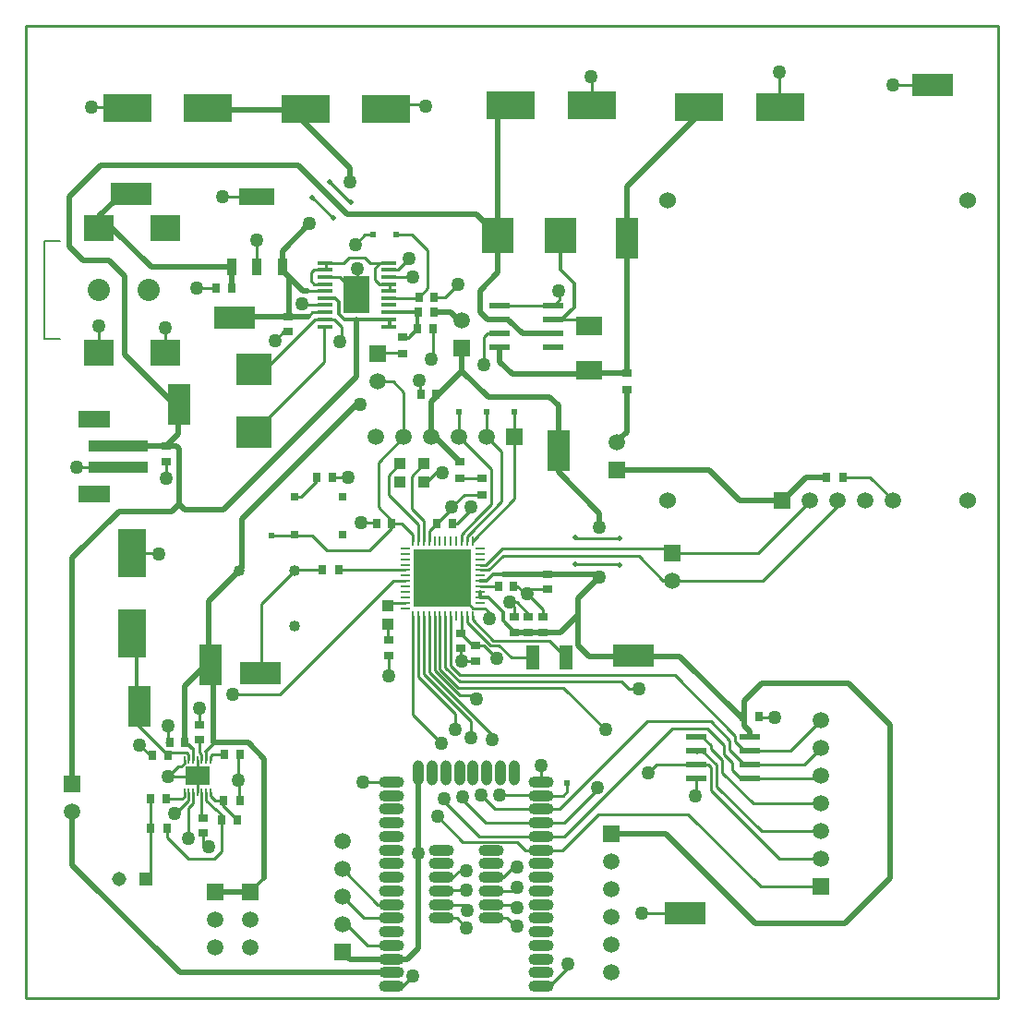
<source format=gtl>
G04 Layer_Physical_Order=1*
G04 Layer_Color=255*
%FSLAX25Y25*%
%MOIN*%
G70*
G01*
G75*
%ADD10R,0.01024X0.03386*%
%ADD11R,0.03386X0.01024*%
%ADD12R,0.20866X0.20866*%
%ADD13R,0.09842X0.17323*%
%ADD14R,0.03500X0.06400*%
%ADD15R,0.12500X0.06400*%
%ADD16R,0.09400X0.13400*%
%ADD17R,0.05800X0.01400*%
%ADD18R,0.07800X0.02100*%
%ADD19R,0.07756X0.02362*%
%ADD20R,0.01000X0.02800*%
%ADD21R,0.09100X0.06700*%
%ADD22R,0.11024X0.09449*%
%ADD23R,0.14961X0.07992*%
%ADD24R,0.07992X0.14961*%
%ADD25R,0.02000X0.02000*%
G04:AMPARAMS|DCode=26|XSize=90.55mil|YSize=39.37mil|CornerRadius=19.68mil|HoleSize=0mil|Usage=FLASHONLY|Rotation=180.000|XOffset=0mil|YOffset=0mil|HoleType=Round|Shape=RoundedRectangle|*
%AMROUNDEDRECTD26*
21,1,0.09055,0.00000,0,0,180.0*
21,1,0.05118,0.03937,0,0,180.0*
1,1,0.03937,-0.02559,0.00000*
1,1,0.03937,0.02559,0.00000*
1,1,0.03937,0.02559,0.00000*
1,1,0.03937,-0.02559,0.00000*
%
%ADD26ROUNDEDRECTD26*%
G04:AMPARAMS|DCode=27|XSize=90.55mil|YSize=39.37mil|CornerRadius=19.68mil|HoleSize=0mil|Usage=FLASHONLY|Rotation=270.000|XOffset=0mil|YOffset=0mil|HoleType=Round|Shape=RoundedRectangle|*
%AMROUNDEDRECTD27*
21,1,0.09055,0.00000,0,0,270.0*
21,1,0.05118,0.03937,0,0,270.0*
1,1,0.03937,0.00000,-0.02559*
1,1,0.03937,0.00000,0.02559*
1,1,0.03937,0.00000,0.02559*
1,1,0.03937,0.00000,-0.02559*
%
%ADD27ROUNDEDRECTD27*%
%ADD28R,0.03543X0.02756*%
%ADD29R,0.03543X0.03150*%
%ADD30R,0.02756X0.03543*%
%ADD31R,0.11811X0.12598*%
%ADD32R,0.12598X0.11811*%
%ADD33R,0.09449X0.07087*%
%ADD34R,0.17323X0.09842*%
%ADD35R,0.03150X0.03543*%
%ADD36R,0.02000X0.02000*%
%ADD37R,0.03937X0.04331*%
%ADD38R,0.02362X0.01968*%
%ADD39R,0.04331X0.03858*%
%ADD40R,0.04528X0.08858*%
%ADD41R,0.21654X0.03937*%
%ADD42R,0.11811X0.06299*%
%ADD43R,0.02756X0.02756*%
%ADD44C,0.01000*%
%ADD45C,0.01200*%
%ADD46C,0.02000*%
%ADD47C,0.00800*%
%ADD48C,0.08000*%
%ADD49C,0.05905*%
%ADD50R,0.05905X0.05905*%
%ADD51C,0.06000*%
%ADD52C,0.05150*%
%ADD53R,0.05150X0.05150*%
%ADD54C,0.04000*%
%ADD55R,0.05905X0.05905*%
%ADD56C,0.02000*%
%ADD57C,0.05000*%
D10*
X260827Y165524D02*
D03*
X258858D02*
D03*
X256890D02*
D03*
X254921D02*
D03*
X252953D02*
D03*
X250984D02*
D03*
X249016D02*
D03*
X247047D02*
D03*
X245079D02*
D03*
X243110D02*
D03*
X241142D02*
D03*
X239173D02*
D03*
Y138476D02*
D03*
X241142D02*
D03*
X243110D02*
D03*
X245079D02*
D03*
X247047D02*
D03*
X249016D02*
D03*
X250984D02*
D03*
X252953D02*
D03*
X254921D02*
D03*
X256890D02*
D03*
X258858D02*
D03*
X260827D02*
D03*
D11*
X236476Y162827D02*
D03*
Y160858D02*
D03*
Y158890D02*
D03*
Y156921D02*
D03*
Y154953D02*
D03*
Y152984D02*
D03*
Y151016D02*
D03*
Y149047D02*
D03*
Y147079D02*
D03*
Y145110D02*
D03*
Y143142D02*
D03*
Y141173D02*
D03*
X263524D02*
D03*
Y143142D02*
D03*
Y145110D02*
D03*
Y147079D02*
D03*
Y149047D02*
D03*
Y151016D02*
D03*
Y152984D02*
D03*
Y154953D02*
D03*
Y156921D02*
D03*
Y158890D02*
D03*
Y160858D02*
D03*
Y162827D02*
D03*
D12*
X250000Y152000D02*
D03*
D13*
X137900Y132033D02*
D03*
Y161167D02*
D03*
D14*
X173900Y264400D02*
D03*
X183000D02*
D03*
X192100D02*
D03*
D15*
X183000Y289600D02*
D03*
D16*
X218900Y254400D02*
D03*
D17*
X207400Y242900D02*
D03*
Y245400D02*
D03*
Y248000D02*
D03*
Y250600D02*
D03*
Y253100D02*
D03*
Y255700D02*
D03*
Y258200D02*
D03*
Y260800D02*
D03*
Y263400D02*
D03*
Y265900D02*
D03*
X230400D02*
D03*
Y263400D02*
D03*
Y260800D02*
D03*
Y258200D02*
D03*
Y255700D02*
D03*
Y253100D02*
D03*
Y250600D02*
D03*
Y248000D02*
D03*
Y245400D02*
D03*
Y242900D02*
D03*
D18*
X270500Y250300D02*
D03*
Y245300D02*
D03*
Y240300D02*
D03*
Y235300D02*
D03*
X289900D02*
D03*
Y240300D02*
D03*
Y245300D02*
D03*
Y250300D02*
D03*
D19*
X341512Y94800D02*
D03*
Y89800D02*
D03*
Y84800D02*
D03*
Y79800D02*
D03*
X361000D02*
D03*
Y84800D02*
D03*
Y89800D02*
D03*
Y94800D02*
D03*
D20*
X166100Y86500D02*
D03*
X164500D02*
D03*
X163000D02*
D03*
X161400D02*
D03*
X159800D02*
D03*
X158300D02*
D03*
X156700D02*
D03*
Y74700D02*
D03*
X158300D02*
D03*
X159800D02*
D03*
X161400D02*
D03*
X163000D02*
D03*
X164500D02*
D03*
X166100D02*
D03*
D21*
X161400Y80600D02*
D03*
D22*
X149816Y233559D02*
D03*
Y278441D02*
D03*
X125800Y233559D02*
D03*
Y278441D02*
D03*
D23*
X137500Y290600D02*
D03*
X337500Y31000D02*
D03*
X318900Y124000D02*
D03*
X427000Y330000D02*
D03*
X184300Y117800D02*
D03*
X175000Y246100D02*
D03*
D24*
X154800Y214900D02*
D03*
X316500Y274900D02*
D03*
X166100Y120600D02*
D03*
X291800Y198000D02*
D03*
X140600Y105700D02*
D03*
D25*
X294900Y78100D02*
D03*
D26*
X285524Y4680D02*
D03*
Y9601D02*
D03*
Y14522D02*
D03*
Y19443D02*
D03*
Y24365D02*
D03*
Y29286D02*
D03*
Y34207D02*
D03*
Y39128D02*
D03*
Y44050D02*
D03*
Y48971D02*
D03*
Y53892D02*
D03*
Y58813D02*
D03*
Y63735D02*
D03*
Y68656D02*
D03*
Y73577D02*
D03*
Y78498D02*
D03*
X231586D02*
D03*
Y73577D02*
D03*
Y68656D02*
D03*
Y63735D02*
D03*
Y58813D02*
D03*
Y53892D02*
D03*
Y48971D02*
D03*
Y44050D02*
D03*
Y39128D02*
D03*
Y34207D02*
D03*
Y29286D02*
D03*
Y24365D02*
D03*
Y19443D02*
D03*
Y14522D02*
D03*
Y9601D02*
D03*
Y4680D02*
D03*
X267610Y29286D02*
D03*
X249500D02*
D03*
X267610Y34207D02*
D03*
X249500D02*
D03*
X267610Y39128D02*
D03*
X249500D02*
D03*
X267610Y44050D02*
D03*
X249500D02*
D03*
X267610Y48971D02*
D03*
X249500D02*
D03*
X267610Y53892D02*
D03*
X249500D02*
D03*
D27*
X275779Y81845D02*
D03*
X270858D02*
D03*
X265937D02*
D03*
X261016D02*
D03*
X256094D02*
D03*
X251173D02*
D03*
X246252D02*
D03*
X241331D02*
D03*
D28*
X256200Y194153D02*
D03*
Y188247D02*
D03*
X316500Y226153D02*
D03*
Y220247D02*
D03*
X230400Y123947D02*
D03*
Y129853D02*
D03*
X235500Y238953D02*
D03*
Y233047D02*
D03*
X264100Y182247D02*
D03*
Y188153D02*
D03*
D29*
X262000Y127756D02*
D03*
Y122244D02*
D03*
X150300Y199756D02*
D03*
Y194244D02*
D03*
X162300Y99212D02*
D03*
Y93700D02*
D03*
X163500Y59944D02*
D03*
Y65456D02*
D03*
X286100Y132544D02*
D03*
Y138056D02*
D03*
X280800Y132444D02*
D03*
Y137956D02*
D03*
X275800Y132444D02*
D03*
Y137956D02*
D03*
X256500Y132256D02*
D03*
Y126744D02*
D03*
X194300Y240944D02*
D03*
Y246456D02*
D03*
X288000Y153456D02*
D03*
Y147944D02*
D03*
D30*
X246953Y248000D02*
D03*
X241047D02*
D03*
X170847Y71700D02*
D03*
X176753D02*
D03*
X170100Y64600D02*
D03*
X176005D02*
D03*
X150505Y61800D02*
D03*
X144600D02*
D03*
X204447Y188500D02*
D03*
X210353D02*
D03*
X388647Y188400D02*
D03*
X394553D02*
D03*
X212453Y155000D02*
D03*
X206547D02*
D03*
X145047Y88000D02*
D03*
X150953D02*
D03*
D31*
X270000Y275600D02*
D03*
X292598D02*
D03*
D32*
X181700Y204802D02*
D03*
Y227400D02*
D03*
D33*
X302700Y227128D02*
D03*
Y243072D02*
D03*
D34*
X274600Y322600D02*
D03*
X303734D02*
D03*
X342633Y322200D02*
D03*
X371767D02*
D03*
X200533Y321500D02*
D03*
X229667D02*
D03*
X165167Y321700D02*
D03*
X136033D02*
D03*
D35*
X241500Y253500D02*
D03*
X247012D02*
D03*
X171344Y88300D02*
D03*
X176856D02*
D03*
X156956Y92900D02*
D03*
X151444D02*
D03*
X150112Y72300D02*
D03*
X144600D02*
D03*
X358644Y102100D02*
D03*
X364156D02*
D03*
X231556Y171800D02*
D03*
X226044D02*
D03*
X275600Y149100D02*
D03*
X270088D02*
D03*
X247900Y171800D02*
D03*
X253412D02*
D03*
X246512Y242000D02*
D03*
X241000D02*
D03*
X173856Y256900D02*
D03*
X168344D02*
D03*
X247556Y218500D02*
D03*
X242044D02*
D03*
D36*
X275900Y212200D02*
D03*
X266000Y212000D02*
D03*
X255900Y212200D02*
D03*
X188100Y167400D02*
D03*
D37*
X230300Y135507D02*
D03*
Y142200D02*
D03*
D38*
X233234Y276200D02*
D03*
X224966D02*
D03*
D39*
X234669Y186653D02*
D03*
X243331D02*
D03*
Y193347D02*
D03*
X234669D02*
D03*
D40*
X294406Y123500D02*
D03*
X282594D02*
D03*
D41*
X132958Y191949D02*
D03*
Y199823D02*
D03*
D42*
X124100Y209272D02*
D03*
Y182500D02*
D03*
D43*
X196440Y181390D02*
D03*
X213960D02*
D03*
Y167610D02*
D03*
X196440D02*
D03*
D44*
X239152Y165502D02*
Y167848D01*
X188100Y167500D02*
X202900D01*
X212453Y154500D02*
X212906Y154953D01*
X283701Y73800D02*
X284501Y74600D01*
X261027Y141173D02*
X263524D01*
X258900Y143300D02*
X261027Y141173D01*
X231242Y143142D02*
X236476D01*
X212906Y154953D02*
X236476D01*
X232216Y151016D02*
X236476D01*
X139500Y106800D02*
X140600Y105700D01*
X137900Y161167D02*
X146567D01*
X225500Y233500D02*
X234000D01*
X181700Y204802D02*
X207100Y230202D01*
Y242800D01*
X250984Y119816D02*
Y138476D01*
X256890Y132646D02*
Y138476D01*
X258858Y136216D02*
Y138476D01*
X243110Y117290D02*
Y138476D01*
X260827Y136934D02*
Y138476D01*
X241142Y116558D02*
Y138476D01*
X239173Y102927D02*
Y138476D01*
X247047Y118653D02*
Y138476D01*
X245079Y118021D02*
Y138476D01*
X252953Y120390D02*
Y138476D01*
X263524Y154953D02*
X266553D01*
X249016Y119084D02*
Y138476D01*
X263524Y149047D02*
X270035D01*
X263524Y156921D02*
X265621D01*
X256890Y165524D02*
Y167890D01*
X245079Y165524D02*
Y168979D01*
X258858Y165524D02*
Y167174D01*
X260827Y165524D02*
X276000Y180697D01*
X241142Y165524D02*
Y171358D01*
X243110Y165524D02*
Y172890D01*
X170100Y53300D02*
Y64600D01*
X167500Y50700D02*
X170100Y53300D01*
X168272Y68428D02*
X170100Y66600D01*
X164500Y71700D02*
X168272Y68428D01*
X170100Y64600D02*
Y66600D01*
X163000Y66656D02*
Y74600D01*
X191300Y110100D02*
X232216Y151016D01*
X150953Y88000D02*
X152053Y89100D01*
X157414D01*
X158200Y88314D01*
X271600Y162900D02*
X331057D01*
X265621Y156921D02*
X271600Y162900D01*
X331057D02*
X332776Y161181D01*
X271700Y160100D02*
X320769D01*
X266553Y154953D02*
X271700Y160100D01*
X320769D02*
X329688Y151181D01*
X332776Y161181D02*
X363861D01*
X236000Y203000D02*
Y219100D01*
X232100Y223000D02*
X236000Y219100D01*
X226500Y223000D02*
X232100D01*
X226700Y193700D02*
X236000Y203000D01*
X226700Y177600D02*
Y193700D01*
Y177600D02*
X231556Y172744D01*
X302472Y245300D02*
X305800Y241972D01*
X260827Y136934D02*
X268261Y129500D01*
X258858Y136216D02*
X267172Y127903D01*
X230400Y265900D02*
X230700D01*
X223800D02*
X230400D01*
Y258200D02*
X230700D01*
X227100D02*
X230400D01*
X230700Y255700D02*
Y258200D01*
X207700Y263400D02*
Y265900D01*
X207400Y263400D02*
X207700D01*
X203400D02*
X207400D01*
Y258200D02*
X207700D01*
X203500D02*
X207400D01*
X289900Y245300D02*
X292900D01*
X358820Y84800D02*
X361000D01*
X358820Y89800D02*
X361000D01*
X327300Y84800D02*
X341512D01*
X170494Y70111D02*
Y71700D01*
X162300Y89100D02*
Y93700D01*
X158200Y88300D02*
X158300Y88200D01*
X158200Y88300D02*
Y88314D01*
X163000Y86500D02*
Y88400D01*
X162300Y89100D02*
X163000Y88400D01*
X166100Y86500D02*
Y87600D01*
Y86400D02*
Y86500D01*
X163000Y86400D02*
Y86500D01*
X159800D02*
Y90300D01*
Y86400D02*
Y86500D01*
X164500D02*
Y89500D01*
Y86400D02*
Y86500D01*
X158300D02*
Y88200D01*
Y86400D02*
Y86500D01*
Y71900D02*
Y74600D01*
X159800Y70600D02*
Y74600D01*
X166100Y73400D02*
Y74600D01*
X164500Y71700D02*
Y74600D01*
X156700Y73200D02*
Y74600D01*
X176212Y79088D02*
Y88300D01*
Y79088D02*
X176300Y79000D01*
X166100Y73400D02*
X167800Y71700D01*
X170494D01*
X176400D02*
Y79000D01*
X170494Y70111D02*
X176005Y64600D01*
X184500Y142800D02*
X196600Y154900D01*
X184500Y121800D02*
Y142800D01*
X247600Y190000D02*
X250000D01*
X244253Y186653D02*
X247600Y190000D01*
X243331Y186653D02*
X244253D01*
X158200Y69000D02*
X159800Y70600D01*
X158200Y58100D02*
Y69000D01*
Y50700D02*
X167500D01*
X150505Y58394D02*
X158200Y50700D01*
X256100Y114700D02*
X314400D01*
X250984Y119816D02*
X256100Y114700D01*
X314400D02*
X317100Y112000D01*
X260100Y177700D02*
X260800D01*
X261000Y177500D01*
X262657Y173600D02*
X265000Y175943D01*
X262600Y173600D02*
X262657D01*
X256890Y167890D02*
X262600Y173600D01*
X255300Y171800D02*
X261000Y177500D01*
X265000Y175943D02*
Y176000D01*
X267600Y178600D01*
Y191400D01*
X259901Y168217D02*
X271300Y179616D01*
Y197700D01*
X256000Y203000D02*
X267600Y191400D01*
X276000Y180697D02*
Y203000D01*
X295200Y11400D02*
Y12900D01*
X288200Y4400D02*
X295200Y11400D01*
X285804Y4400D02*
X288200D01*
X285524Y73577D02*
X293377D01*
X267610Y44050D02*
X271722D01*
X241331Y81845D02*
X241600Y82114D01*
X267610Y39128D02*
X275628D01*
X285524Y58813D02*
X293770D01*
X263187D02*
X285524D01*
X267610Y34207D02*
X276593D01*
X285524Y63735D02*
X293735D01*
X265365D02*
X285524D01*
X267610Y29286D02*
X273314D01*
X285524Y68656D02*
X292056D01*
X268944D02*
X285524D01*
X254500Y97400D02*
Y103200D01*
X241142Y116558D02*
X254500Y103200D01*
X317100Y112000D02*
X320800D01*
X350890Y81910D02*
Y86300D01*
X293600Y112500D02*
X308700Y97400D01*
X255600Y112500D02*
X293600D01*
X249016Y119084D02*
X255600Y112500D01*
X324300Y81800D02*
X327300Y84800D01*
X351622Y88396D02*
X354500Y85518D01*
Y82900D02*
Y85518D01*
Y82900D02*
X357600Y79800D01*
X346800Y100400D02*
X353622Y93578D01*
X323800Y100400D02*
X346800D01*
X292056Y68656D02*
X323800Y100400D01*
X339700Y73500D02*
X341512Y75312D01*
X339700Y73500D02*
X341300D01*
X332757Y97800D02*
X345692D01*
X293770Y58813D02*
X332757Y97800D01*
X345692D02*
X351622Y91870D01*
X293100Y53800D02*
X306100Y66800D01*
X289000Y53800D02*
X293100D01*
X346890Y75410D02*
X371600Y50700D01*
X174200Y110100D02*
X191300D01*
X238800Y276200D02*
X244600Y270400D01*
Y256600D02*
Y270400D01*
X241500Y253500D02*
X244600Y256600D01*
X239200Y260800D02*
X240800D01*
X140600Y91800D02*
X144400Y88000D01*
X139953Y99000D02*
X150953Y88000D01*
X203000Y289400D02*
X210400Y282000D01*
X216400Y287700D02*
X216700D01*
X209100Y295000D02*
X216400Y287700D01*
X313500Y157000D02*
X313700Y156800D01*
X297800Y157000D02*
X313500D01*
X298100Y166500D02*
X313700D01*
X298000Y166600D02*
X298100Y166500D01*
X329688Y151181D02*
X332776D01*
X292900Y245300D02*
X302472D01*
X220400Y172100D02*
X225344D01*
X225844Y171600D01*
X226044Y171800D01*
X150505Y58394D02*
Y61800D01*
X230400Y253100D02*
X241100D01*
X230400Y263400D02*
X233900D01*
X207400Y245400D02*
X210900D01*
X261000Y108400D02*
X262300D01*
X259800Y109600D02*
X261000Y108400D01*
X256243Y117100D02*
X333700D01*
X252953Y120390D02*
X256243Y117100D01*
X142900Y43500D02*
X144600Y45200D01*
X255900Y212200D02*
X256000Y212100D01*
Y203000D02*
Y212100D01*
X266000Y203000D02*
Y212000D01*
X275900Y203100D02*
X276000Y203000D01*
X275900Y203100D02*
Y212200D01*
X230500Y182000D02*
X241142Y171358D01*
X274700Y123500D02*
X282594D01*
X270297Y127903D02*
X274700Y123500D01*
X267172Y127903D02*
X270297D01*
X164500Y55100D02*
X165600D01*
X163700Y55900D02*
X164500Y55100D01*
X163600Y55800D02*
X163700Y55900D01*
X246512Y231512D02*
Y242000D01*
X246000Y231000D02*
X246512Y231512D01*
X149816Y233559D02*
Y242416D01*
X125800Y233559D02*
Y241600D01*
X123300Y322000D02*
X131833D01*
X132333Y321500D01*
X371400Y324267D02*
X371767Y323900D01*
X371400Y324267D02*
Y334800D01*
X303734Y322600D02*
Y333866D01*
X151577Y199823D02*
X151600Y199800D01*
X235480Y4680D02*
X239300Y8500D01*
X231586Y4680D02*
X235480D01*
X215250Y45650D02*
X226693Y34207D01*
X231586D01*
X215250Y35650D02*
X221614Y29286D01*
X231586D01*
X215900Y26300D02*
X222757Y19443D01*
X231586D01*
X233234Y276200D02*
X238800D01*
X224766Y276000D02*
X224966Y276200D01*
X221866Y276000D02*
X224766D01*
X412500Y330000D02*
X427000D01*
X266300Y240300D02*
X270500D01*
X265000Y239000D02*
X266300Y240300D01*
X265000Y229000D02*
Y239000D01*
X213500Y238000D02*
Y242800D01*
X210900Y245400D02*
X213500Y242800D01*
X218366Y272500D02*
X221866Y276000D01*
X217866Y272000D02*
X218366Y272500D01*
X251000Y253500D02*
X255500Y258000D01*
X247012Y253500D02*
X251000D01*
X241100Y253100D02*
X241500Y253500D01*
X230400Y248000D02*
X230400Y248000D01*
X241000Y247953D02*
X241047Y248000D01*
X233900Y263400D02*
X238000Y267500D01*
X243500Y323000D02*
X244000Y322500D01*
X229134Y323000D02*
X243500D01*
X203800Y245300D02*
X207100D01*
X256500Y122500D02*
X257000Y122000D01*
X256500Y122500D02*
Y126744D01*
X257000Y122000D02*
X257244Y122244D01*
X262000D01*
X264744Y127756D02*
X269500Y123000D01*
X262000Y127756D02*
X264744D01*
X256500Y132256D02*
X261000Y127756D01*
X262000D01*
X256500Y132256D02*
X256890Y132646D01*
X268261Y129500D02*
X288405D01*
X294406Y123500D01*
X269500Y123000D02*
X270900D01*
X267000Y137500D02*
Y138500D01*
X267500Y139000D01*
X263524Y141173D02*
X265327D01*
X267500Y139000D01*
X230500Y182000D02*
Y189177D01*
X196600Y154900D02*
X196700Y155000D01*
X206547D01*
X144400Y88000D02*
X145047D01*
X154500Y84000D02*
X155500D01*
X151000Y80500D02*
X154500Y84000D01*
X151000Y80500D02*
Y82500D01*
Y80500D02*
X161400D01*
X231556Y171800D02*
X235200D01*
X231556D02*
Y172744D01*
Y170256D02*
Y171800D01*
X155800Y72300D02*
X156700Y73200D01*
X150112Y72300D02*
X155800D01*
X156700Y85200D02*
Y86400D01*
X155500Y84000D02*
X156700Y85200D01*
X166800Y88300D02*
X170700D01*
X166100Y87600D02*
X166800Y88300D01*
X225500Y263921D02*
X227179Y265600D01*
X243110Y117290D02*
X260100Y100300D01*
X351622Y88396D02*
Y91870D01*
X163600Y55800D02*
Y60444D01*
X199900Y250600D02*
X207400D01*
X202400Y259300D02*
X203500Y258200D01*
X202400Y259300D02*
Y262400D01*
X181700Y227400D02*
X185900D01*
X274200Y143300D02*
X275700Y141800D01*
Y139000D02*
Y141800D01*
X275000Y138300D02*
X275700Y139000D01*
X276800Y143300D02*
X280850Y139250D01*
X279600Y138000D02*
X280850Y139250D01*
X274200Y143300D02*
X276800D01*
X280500Y146500D02*
X286200Y140800D01*
Y137800D02*
Y140800D01*
X346890Y90300D02*
Y91602D01*
Y90300D02*
X350890Y86300D01*
X341512Y94800D02*
X343692D01*
X345700Y84800D02*
X346890Y83610D01*
X207700Y265900D02*
X214300D01*
X202400Y262400D02*
X203400Y263400D01*
X212800Y260800D02*
X219200Y254400D01*
X207700Y260800D02*
X212800D01*
X230700D02*
X237600D01*
X249872Y39500D02*
X258600D01*
X249500Y39128D02*
X249872Y39500D01*
X257200Y46500D02*
X258300D01*
X256800Y46100D02*
X257200Y46500D01*
X255700Y46100D02*
X256800D01*
X253650Y44050D02*
X255700Y46100D01*
X249500Y44050D02*
X253650D01*
X257293Y34207D02*
X258500Y33000D01*
X249500Y34207D02*
X257293D01*
X255214Y29286D02*
X258600Y25900D01*
X249500Y29286D02*
X255214D01*
X221298Y78498D02*
X231586D01*
X230400Y116800D02*
Y123947D01*
X279808Y53892D02*
X285524D01*
X150900Y93444D02*
Y98800D01*
Y93444D02*
X151444Y92900D01*
X150300D02*
X151444D01*
X162300Y99212D02*
Y105000D01*
X364212Y101600D02*
X369700D01*
X275600Y149100D02*
X277000D01*
X355622Y92998D02*
Y95178D01*
X293377Y73577D02*
X294900Y75100D01*
Y78100D01*
X353622Y89998D02*
Y93578D01*
Y89998D02*
X358820Y84800D01*
X341512Y88972D02*
Y89800D01*
X346890Y75410D02*
Y83610D01*
X239173Y102927D02*
X249600Y92500D01*
X260100Y94500D02*
Y100300D01*
X256100Y109600D02*
X259800D01*
X247047Y118653D02*
X256100Y109600D01*
X250400Y72500D02*
X251100Y71800D01*
X270400Y73800D02*
X283701D01*
X284501Y74600D02*
X285524Y73577D01*
X144600Y45200D02*
Y61800D01*
X180400Y38900D02*
X180600Y38700D01*
X144600Y61800D02*
Y72300D01*
X292100Y252500D02*
Y254000D01*
X289900Y250300D02*
X292100Y252500D01*
X230300Y129953D02*
Y135507D01*
X276100Y26500D02*
X276800D01*
X273314Y29286D02*
X276100Y26500D01*
X275628Y39128D02*
X277000Y40500D01*
X271722Y44050D02*
X275186Y47514D01*
X270500Y250300D02*
X289900D01*
X161400Y80500D02*
Y86400D01*
Y74600D02*
Y80500D01*
X150300Y199756D02*
Y199823D01*
X117951Y191949D02*
X132958D01*
X270035Y149047D02*
X270088Y149100D01*
X285524Y78498D02*
Y82524D01*
X333700Y117100D02*
X355622Y95178D01*
X285088Y132500D02*
X285100Y132488D01*
X253412Y171800D02*
X255300D01*
X150300Y188200D02*
Y194244D01*
X355622Y92998D02*
X358820Y89800D01*
X341512Y75312D02*
Y79800D01*
X267700Y93600D02*
Y95400D01*
X245079Y118021D02*
X267700Y95400D01*
X285524Y4680D02*
X285804Y4400D01*
X342340Y89800D02*
X343692D01*
X357600Y79800D02*
X358210Y80410D01*
X348890Y76910D02*
Y84602D01*
X332776Y151181D02*
X365481D01*
X392700Y178400D01*
X394553Y188400D02*
X404320D01*
X183000Y265400D02*
Y274000D01*
X214300Y265900D02*
X216200Y267800D01*
X221900D01*
X223800Y265900D01*
X219200Y254400D02*
Y263800D01*
X225500Y259800D02*
X227100Y258200D01*
X225500Y259800D02*
Y263921D01*
X185900Y227400D02*
X203800Y245300D01*
X256000Y245000D02*
X257000D01*
X322000Y31000D02*
X337500D01*
X170400Y289900D02*
X183200D01*
X238800Y177200D02*
X243110Y172890D01*
X238800Y177200D02*
Y188816D01*
X173856Y256900D02*
X173900Y256944D01*
X161300Y256900D02*
X168344D01*
X161200Y256800D02*
X161300Y256900D01*
X241744Y217900D02*
Y222156D01*
X258858Y167174D02*
X259901Y168217D01*
Y168217D01*
X245079Y168979D02*
X247900Y171800D01*
X238800Y188816D02*
X243331Y193347D01*
X230500Y189177D02*
X234669Y193347D01*
X266000Y203000D02*
X271300Y197700D01*
X247900Y171800D02*
X253300Y177200D01*
Y177650D01*
X257897Y182247D02*
X264100D01*
X253300Y177650D02*
X257897Y182247D01*
X256294Y188153D02*
X264100D01*
X256200Y188247D02*
X256294Y188153D01*
X230300Y142200D02*
X231242Y143142D01*
X281944Y147944D02*
X288000D01*
X280500Y146500D02*
X281944Y147944D01*
X277000Y149100D02*
X280050Y146050D01*
X248100Y66100D02*
X257300Y56900D01*
X276800D01*
X279808Y53892D01*
X264000Y73600D02*
X268944Y68656D01*
X257800Y71300D02*
X265365Y63735D01*
X251100Y70900D02*
Y71800D01*
Y70900D02*
X263187Y58813D01*
X192544Y240944D02*
X194300D01*
X189500Y237900D02*
X192544Y240944D01*
X192100Y263100D02*
Y264400D01*
X201500Y246500D02*
X203000Y248000D01*
X207400D01*
X201300Y255800D02*
X201400Y255700D01*
X207400D01*
X348890Y76910D02*
X365100Y60700D01*
X204447Y187127D02*
Y188500D01*
X198710Y181390D02*
X204447Y187127D01*
X210353Y188500D02*
X215800D01*
X215900Y188400D01*
X196440Y181390D02*
X198710D01*
X306100Y66800D02*
X338600D01*
X364600Y40700D02*
X364700D01*
X386400D01*
X338600Y66800D02*
X364700Y40700D01*
X365100Y60700D02*
X386400D01*
X371600Y50700D02*
X386400D01*
X350890Y81910D02*
X362100Y70700D01*
X386400D01*
X343692Y89800D02*
X348890Y84602D01*
X343692Y94800D02*
X346890Y91602D01*
X341512Y84800D02*
X345700D01*
X361000Y89800D02*
X375500D01*
X386400Y100700D01*
X361000Y84800D02*
X380500D01*
X386400Y90700D01*
X361000Y79800D02*
X385500D01*
X386400Y80700D01*
X202900Y167500D02*
X208200Y162200D01*
X223500D01*
X231556Y170256D01*
X235200Y171800D02*
X239152Y167848D01*
X256700Y71300D02*
X257800D01*
X293735Y63735D02*
X306050Y76050D01*
X341512Y88972D02*
X342340Y89800D01*
X404320Y188400D02*
X412700Y180020D01*
X363861Y161181D02*
X382700Y180020D01*
X392700Y178400D02*
Y180020D01*
X153400Y67000D02*
X158300Y71900D01*
X450500Y400D02*
Y351500D01*
X99500Y400D02*
X450500D01*
X99500Y351500D02*
X450500D01*
X99500Y400D02*
Y351500D01*
D45*
X263524Y145110D02*
Y147079D01*
X138100Y133400D02*
X139500Y132000D01*
Y106800D02*
Y132000D01*
X230700Y242900D02*
Y245400D01*
X263524Y151016D02*
X265716D01*
X263524Y145110D02*
X266388D01*
X235000Y238906D02*
X237906D01*
X230400Y245400D02*
X230700D01*
X219700D02*
X230400D01*
X230400Y248000D02*
X241047D01*
X180600Y38700D02*
X185500Y43600D01*
X207400Y253100D02*
X211200D01*
X241000Y242000D02*
Y247953D01*
X237906Y238906D02*
X241000Y242000D01*
X271800Y136600D02*
Y139698D01*
X164500Y89500D02*
X167700Y92700D01*
X297500Y249900D02*
Y258400D01*
X292598Y263302D02*
X297500Y258400D01*
X292598Y263302D02*
Y275600D01*
X292900Y245300D02*
X297500Y249900D01*
X157900Y92200D02*
X159800Y90300D01*
X265716Y151016D02*
X268200Y153500D01*
X271800D01*
X211200Y253100D02*
X212600Y251700D01*
Y247479D02*
Y251700D01*
Y247479D02*
X214679Y245400D01*
X219000D01*
X266388Y145110D02*
X271800Y139698D01*
Y136600D02*
X275900Y132500D01*
X274851D02*
X275900D01*
D46*
X154500Y204023D02*
Y217100D01*
X132958Y199823D02*
X150300D01*
X116300Y78300D02*
Y159300D01*
X133200Y176200D01*
X116300Y48400D02*
Y67700D01*
Y48400D02*
X155099Y9601D01*
X133200Y176200D02*
X152143D01*
X154872Y178928D01*
X156900Y176900D01*
X171000D01*
X219000Y224900D01*
X154872Y178928D02*
Y198628D01*
X218700Y214600D02*
X220100D01*
X177600Y173500D02*
X218700Y214600D01*
X177600Y155900D02*
Y173500D01*
X275100Y225600D02*
X307000D01*
X305800Y226028D02*
X316275D01*
X316500Y274900D02*
X316600Y226353D01*
X316275Y226028D02*
X316600Y226353D01*
X165767Y322300D02*
X166967Y321100D01*
X195600D02*
X216500Y300200D01*
X126000Y278441D02*
Y282700D01*
X266200Y245300D02*
X270500D01*
Y230200D02*
Y235300D01*
X167700Y92700D02*
X179700D01*
X185500Y43600D02*
Y86900D01*
X179700Y92700D02*
X185500Y86900D01*
X231586Y14522D02*
X237122D01*
X216378D02*
X231586D01*
X362700Y27500D02*
X395300D01*
X330400Y59800D02*
X362700Y27500D01*
X310900Y59800D02*
X330400D01*
X396600Y114200D02*
X411600Y99200D01*
X365291Y114200D02*
X396600D01*
X358700Y107609D02*
X365291Y114200D01*
X411600Y43800D02*
Y99200D01*
X395300Y27500D02*
X411600Y43800D01*
X257000Y226900D02*
X266400Y217500D01*
X257000Y226900D02*
Y235000D01*
X266400Y217500D02*
X288600D01*
X216500Y295000D02*
Y300200D01*
X166967Y321100D02*
X195600D01*
X270000Y275600D02*
Y318000D01*
X274600Y322600D01*
X215400Y283500D02*
X262100D01*
X270000Y275600D01*
X263400Y255900D02*
X270000Y262500D01*
Y275600D01*
X263400Y248100D02*
Y255900D01*
Y248100D02*
X266200Y245300D01*
X197869Y301031D02*
X215400Y283500D01*
X335600Y123700D02*
X357700Y101600D01*
X305500Y153500D02*
X306600Y152400D01*
X298900Y144700D02*
X306600Y152400D01*
X298900Y138800D02*
Y144700D01*
X316500Y204900D02*
Y220247D01*
X314300Y202700D02*
X316500Y204900D01*
X270500Y230200D02*
X275100Y225600D01*
X167100Y92700D02*
X167700D01*
X167100Y121000D02*
X167700Y121600D01*
X342633Y322200D02*
Y323900D01*
Y319533D02*
Y322200D01*
X316500Y293400D02*
X342633Y319533D01*
X316500Y274900D02*
Y293400D01*
X156956Y92900D02*
Y113156D01*
X165400Y121600D02*
Y143700D01*
X176600Y154900D01*
X241100Y18500D02*
Y52600D01*
X237122Y14522D02*
X241100Y18500D01*
Y80614D02*
X241800Y81314D01*
X241100Y52600D02*
Y80614D01*
X168300Y38900D02*
X180400D01*
X126000Y282700D02*
X131800Y288500D01*
X135400D01*
X137500Y290600D01*
X138000D01*
X125800Y278441D02*
X126000D01*
X135300Y232700D02*
X151650Y216350D01*
X153750D01*
X154500Y217100D01*
X150300Y199823D02*
X154500Y204023D01*
X153700Y199800D02*
X154872Y198628D01*
X213900Y17000D02*
X216378Y14522D01*
X246953Y248000D02*
X253000D01*
X256000Y245000D01*
X192100Y270100D02*
X202000Y280000D01*
X292588Y132488D02*
X298900Y138800D01*
X299000D01*
Y138700D02*
Y138800D01*
X358700Y98900D02*
Y101600D01*
X151600Y199800D02*
X153700D01*
X241300Y81814D02*
X241331Y81845D01*
X273900Y245200D02*
X278800Y240300D01*
X289900D01*
X358700Y98900D02*
X361000Y96600D01*
X381080Y188400D02*
X388647D01*
X372700Y180020D02*
X381080Y188400D01*
X372400Y180020D02*
X372700D01*
X298900Y138800D02*
X299000Y138700D01*
Y127700D02*
X303000Y123700D01*
X299000Y127700D02*
Y138700D01*
X192100Y264400D02*
Y270100D01*
X173900Y256944D02*
Y264400D01*
X126000Y278441D02*
X130659D01*
X144700Y264400D01*
X173900D01*
X247353Y203000D02*
X256200Y194153D01*
X246000Y203000D02*
X247353D01*
X176600Y154900D02*
X177600Y155900D01*
X120100Y266900D02*
X129500D01*
X135300Y261100D01*
Y232700D02*
Y261100D01*
X126531Y301031D02*
X197869D01*
X219000Y224900D02*
Y245400D01*
X181456Y246456D02*
X194200D01*
X194600Y246500D02*
Y260400D01*
X155099Y9601D02*
X231586D01*
X115300Y271700D02*
X120100Y266900D01*
X115300Y271700D02*
Y289800D01*
X126531Y301031D01*
X346300Y191000D02*
X357280Y180020D01*
X372400D01*
X194600Y246500D02*
X201500D01*
X192100Y263100D02*
X199400Y255800D01*
X201300D01*
X288600Y217500D02*
X291700Y214400D01*
X306600Y170500D02*
Y175400D01*
X291700Y190300D02*
X306600Y175400D01*
X246000Y203000D02*
Y215900D01*
X361000Y94800D02*
Y96600D01*
X241300Y81814D02*
X241800Y81314D01*
X275900Y132500D02*
X285088D01*
X246000Y215900D02*
X257000Y226900D01*
X271800Y153500D02*
X305500D01*
X357700Y101600D02*
X358700D01*
X303000Y123700D02*
X335600D01*
X358700Y101600D02*
Y107609D01*
X285100Y132488D02*
X292588D01*
X291700Y190300D02*
Y214400D01*
X156956Y113156D02*
X165400Y121600D01*
X167100Y92700D02*
Y121000D01*
X312900Y191000D02*
X346300D01*
D47*
X106115Y238283D02*
X112020D01*
X106115Y273717D02*
X112020D01*
X106115Y238283D02*
Y273717D01*
D48*
X143800Y256000D02*
D03*
X125800D02*
D03*
D49*
X386400Y60700D02*
D03*
Y50700D02*
D03*
Y70700D02*
D03*
Y80700D02*
D03*
Y90700D02*
D03*
Y100700D02*
D03*
X313000Y201200D02*
D03*
X257000Y245000D02*
D03*
X332776Y151181D02*
D03*
X310900Y9800D02*
D03*
Y19800D02*
D03*
Y29800D02*
D03*
Y39800D02*
D03*
Y49800D02*
D03*
X180600Y18700D02*
D03*
Y28700D02*
D03*
X167700Y18700D02*
D03*
Y28700D02*
D03*
X412400Y180020D02*
D03*
X402400D02*
D03*
X392400D02*
D03*
X382400D02*
D03*
X213900Y27000D02*
D03*
Y37000D02*
D03*
Y47000D02*
D03*
Y57000D02*
D03*
X226000Y203000D02*
D03*
X236000D02*
D03*
X246000D02*
D03*
X256000D02*
D03*
X266000D02*
D03*
X226500Y223000D02*
D03*
X116300Y67700D02*
D03*
D50*
X386400Y40700D02*
D03*
X313000Y191200D02*
D03*
X257000Y235000D02*
D03*
X332776Y161181D02*
D03*
X310900Y59800D02*
D03*
X180600Y38700D02*
D03*
X167700D02*
D03*
X213900Y17000D02*
D03*
X226500Y233000D02*
D03*
X116300Y77700D02*
D03*
D51*
X331299Y180020D02*
D03*
Y288287D02*
D03*
X439567D02*
D03*
Y180020D02*
D03*
D52*
X133057Y43500D02*
D03*
D53*
X142900D02*
D03*
D54*
X176600Y154900D02*
D03*
X196600D02*
D03*
Y134900D02*
D03*
D55*
X372400Y180020D02*
D03*
X276000Y203000D02*
D03*
D56*
X242300Y143400D02*
D03*
Y146200D02*
D03*
Y151900D02*
D03*
Y149100D02*
D03*
Y157700D02*
D03*
Y160500D02*
D03*
Y154800D02*
D03*
X244800Y143400D02*
D03*
Y146200D02*
D03*
Y151900D02*
D03*
Y149100D02*
D03*
Y157700D02*
D03*
Y160500D02*
D03*
Y154800D02*
D03*
X247400Y143500D02*
D03*
Y146300D02*
D03*
Y152000D02*
D03*
Y149200D02*
D03*
Y157800D02*
D03*
Y160600D02*
D03*
Y154900D02*
D03*
X250100Y143500D02*
D03*
Y146300D02*
D03*
Y152000D02*
D03*
Y149200D02*
D03*
Y157800D02*
D03*
Y160600D02*
D03*
Y154900D02*
D03*
X252700Y143500D02*
D03*
Y146300D02*
D03*
Y152000D02*
D03*
Y149200D02*
D03*
Y157800D02*
D03*
Y160600D02*
D03*
Y154900D02*
D03*
X255400Y143600D02*
D03*
Y146400D02*
D03*
Y152100D02*
D03*
Y149300D02*
D03*
Y157900D02*
D03*
Y160700D02*
D03*
Y155000D02*
D03*
X258400D02*
D03*
Y160700D02*
D03*
Y157900D02*
D03*
Y149300D02*
D03*
Y152100D02*
D03*
Y146400D02*
D03*
Y143600D02*
D03*
X203000Y289400D02*
D03*
X210400Y282000D02*
D03*
X216700Y287700D02*
D03*
X209100Y295000D02*
D03*
X313700Y156800D02*
D03*
X297800Y157000D02*
D03*
X313700Y166500D02*
D03*
X298000Y166600D02*
D03*
D57*
X147600Y160900D02*
D03*
X176300Y79000D02*
D03*
X260100Y177700D02*
D03*
X254500Y97400D02*
D03*
X241600Y223500D02*
D03*
X220100Y214600D02*
D03*
X320800Y112000D02*
D03*
X324300Y81800D02*
D03*
X341300Y73500D02*
D03*
X174200Y110100D02*
D03*
X239200Y260800D02*
D03*
X140600Y91800D02*
D03*
X306600Y152400D02*
D03*
Y170500D02*
D03*
X220400Y172100D02*
D03*
X158200Y58100D02*
D03*
X262300Y108400D02*
D03*
X308700Y97400D02*
D03*
X241100Y52600D02*
D03*
X165600Y55100D02*
D03*
X246000Y231000D02*
D03*
X149816Y242416D02*
D03*
X126000Y243000D02*
D03*
X123300Y322000D02*
D03*
X371400Y334800D02*
D03*
X303500Y333100D02*
D03*
X239300Y8500D02*
D03*
X295200Y12900D02*
D03*
X412500Y330000D02*
D03*
X265000Y229000D02*
D03*
X213000Y237500D02*
D03*
X218366Y272500D02*
D03*
X255500Y258000D02*
D03*
X238000Y267500D02*
D03*
X244000Y322500D02*
D03*
X257000Y122000D02*
D03*
X269500Y123000D02*
D03*
X267000Y137500D02*
D03*
X202000Y280000D02*
D03*
X151000Y80500D02*
D03*
X258700Y32200D02*
D03*
X258600Y39500D02*
D03*
Y46500D02*
D03*
Y25900D02*
D03*
X221298Y78498D02*
D03*
X230500Y116800D02*
D03*
X274200Y143300D02*
D03*
X280500Y146500D02*
D03*
X150900Y98800D02*
D03*
X162300Y105000D02*
D03*
X369700Y101600D02*
D03*
X305700Y76400D02*
D03*
X257200Y73100D02*
D03*
X260100Y94500D02*
D03*
X249600Y92500D02*
D03*
X250400Y72500D02*
D03*
X270400Y73800D02*
D03*
X264000Y73600D02*
D03*
X248100Y66100D02*
D03*
X285400Y84300D02*
D03*
X153200Y67200D02*
D03*
X291800Y255800D02*
D03*
X276800Y26500D02*
D03*
Y33100D02*
D03*
X277000Y40500D02*
D03*
Y47700D02*
D03*
X117951Y191949D02*
D03*
X150300Y188200D02*
D03*
X267700Y93600D02*
D03*
X183000Y274000D02*
D03*
X219200Y263800D02*
D03*
X322000Y31000D02*
D03*
X216500Y295000D02*
D03*
X170400Y289900D02*
D03*
X161200Y256800D02*
D03*
X250000Y190000D02*
D03*
X253300Y177650D02*
D03*
X199300Y251200D02*
D03*
X189500Y237900D02*
D03*
X215900Y188400D02*
D03*
M02*

</source>
